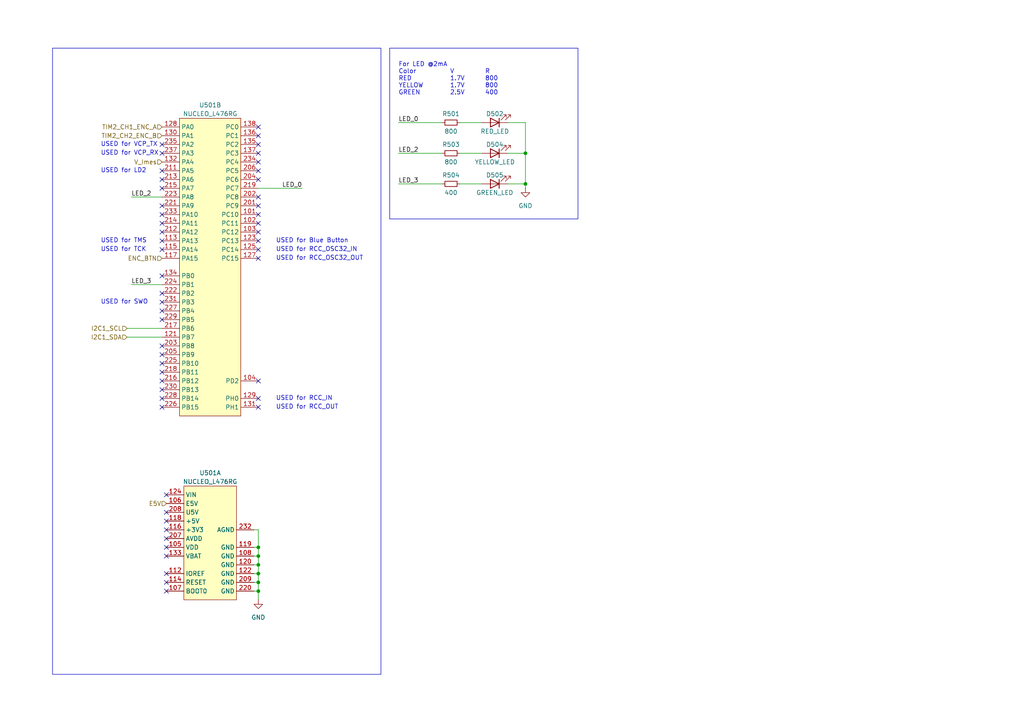
<source format=kicad_sch>
(kicad_sch (version 20231120) (generator "eeschema") (generator_version "8.0")
  (paper "A4")
  (lib_symbols
    (symbol "Device:LED" (pin_numbers hide) (pin_names (offset 1.016) hide)
      (property "Reference" "D" (at 0 2.54 0))
      (property "Value" "LED" (at 0 -2.54 0))
      (symbol "LED_0_1"
        (polyline (pts (xy -1.27 -1.27) (xy -1.27 1.27)) (stroke (width 0.254)))
        (polyline (pts (xy -1.27 0) (xy 1.27 0)))
        (polyline (pts (xy 1.27 -1.27) (xy 1.27 1.27) (xy -1.27 0) (xy 1.27 -1.27)) (stroke (width 0.254)))
        (polyline (pts (xy -3.048 -0.762) (xy -4.572 -2.286) (xy -3.81 -2.286) (xy -4.572 -2.286) (xy -4.572 -1.524)))
        (polyline (pts (xy -1.778 -0.762) (xy -3.302 -2.286) (xy -2.54 -2.286) (xy -3.302 -2.286) (xy -3.302 -1.524)))
      )
      (symbol "LED_1_1"
        (pin passive line (at -3.81 0 0) (length 2.54) (name "K") (number "1"))
        (pin passive line (at 3.81 0 180) (length 2.54) (name "A") (number "2"))
      )
    )
    (symbol "Device:R_Small" (pin_numbers hide) (pin_names (offset 0.254) hide)
      (property "Reference" "R" (at 0.762 0.508 0))
      (property "Value" "R_Small" (at 0.762 -1.016 0))
      (symbol "R_Small_0_1"
        (rectangle (start -0.762 1.778) (end 0.762 -1.778) (stroke (width 0.2032)))
      )
      (symbol "R_Small_1_1"
        (pin passive line (at 0 2.54 270) (length 0.762) (name "~") (number "1"))
        (pin passive line (at 0 -2.54 90) (length 0.762) (name "~") (number "2"))
      )
    )
    (symbol "NUCLEO_L476RG_1"
      (property "Reference" "U" (at 0 46.99 0))
      (property "Value" "NUCLEO_L476RG" (at 0 44.45 0))
      (symbol "NUCLEO_L476RG_1_1_1"
        (rectangle (start -7.62 16.51) (end 7.62 -16.51) (fill (type background)))
        (pin power_out line (at -12.7 -1.27 0) (length 5.08) (name "VDD") (number "105"))
        (pin power_out line (at -12.7 11.43 0) (length 5.08) (name "E5V") (number "106"))
        (pin bidirectional line (at -12.7 -13.97 0) (length 5.08) (name "BOOT0") (number "107"))
        (pin power_in line (at 12.7 -3.81 180) (length 5.08) (name "GND") (number "108"))
        (pin output line (at -12.7 -8.89 0) (length 5.08) (name "IOREF") (number "112"))
        (pin bidirectional line (at -12.7 -11.43 0) (length 5.08) (name "RESET") (number "114"))
        (pin power_out line (at -12.7 3.81 0) (length 5.08) (name "+3V3") (number "116"))
        (pin power_out line (at -12.7 6.35 0) (length 5.08) (name "+5V") (number "118"))
        (pin power_in line (at 12.7 -1.27 180) (length 5.08) (name "GND") (number "119"))
        (pin power_in line (at 12.7 -6.35 180) (length 5.08) (name "GND") (number "120"))
        (pin power_in line (at 12.7 -8.89 180) (length 5.08) (name "GND") (number "122"))
        (pin power_in line (at -12.7 13.97 0) (length 5.08) (name "VIN") (number "124"))
        (pin power_out line (at -12.7 -3.81 0) (length 5.08) (name "VBAT") (number "133"))
        (pin power_out line (at -12.7 1.27 0) (length 5.08) (name "AVDD") (number "207"))
        (pin power_out line (at -12.7 8.89 0) (length 5.08) (name "U5V") (number "208"))
        (pin power_in line (at 12.7 -11.43 180) (length 5.08) (name "GND") (number "209"))
        (pin power_in line (at 12.7 -13.97 180) (length 5.08) (name "GND") (number "220"))
        (pin power_in line (at 12.7 3.81 180) (length 5.08) (name "AGND") (number "232"))
      )
      (symbol "NUCLEO_L476RG_1_2_1"
        (rectangle (start -8.89 43.18) (end 8.89 -43.18) (fill (type background)))
        (pin bidirectional line (at 13.97 15.24 180) (length 5.08) (name "PC10") (number "101"))
        (pin bidirectional line (at 13.97 12.7 180) (length 5.08) (name "PC11") (number "102"))
        (pin bidirectional line (at 13.97 10.16 180) (length 5.08) (name "PC12") (number "103"))
        (pin bidirectional line (at 13.97 -33.02 180) (length 5.08) (name "PD2") (number "104"))
        (pin no_connect line (at 13.97 -2.54 180) (length 5.08) hide (name "NC") (number "109"))
        (pin no_connect line (at 13.97 -5.08 180) (length 5.08) hide (name "NC") (number "110"))
        (pin no_connect line (at 13.97 -7.62 180) (length 5.08) hide (name "NC") (number "111"))
        (pin bidirectional line (at -13.97 7.62 0) (length 5.08) (name "PA13") (number "113"))
        (pin bidirectional line (at -13.97 5.08 0) (length 5.08) (name "PA14") (number "115"))
        (pin bidirectional line (at -13.97 2.54 0) (length 5.08) (name "PA15") (number "117"))
        (pin bidirectional line (at -13.97 -20.32 0) (length 5.08) (name "PB7") (number "121"))
        (pin bidirectional line (at 13.97 7.62 180) (length 5.08) (name "PC13") (number "123"))
        (pin bidirectional line (at 13.97 5.08 180) (length 5.08) (name "PC14") (number "125"))
        (pin no_connect line (at 13.97 -10.16 180) (length 5.08) hide (name "NC") (number "126"))
        (pin bidirectional line (at 13.97 2.54 180) (length 5.08) (name "PC15") (number "127"))
        (pin bidirectional line (at -13.97 40.64 0) (length 5.08) (name "PA0") (number "128"))
        (pin bidirectional line (at 13.97 -38.1 180) (length 5.08) (name "PH0") (number "129"))
        (pin bidirectional line (at -13.97 38.1 0) (length 5.08) (name "PA1") (number "130"))
        (pin bidirectional line (at 13.97 -40.64 180) (length 5.08) (name "PH1") (number "131"))
        (pin bidirectional line (at -13.97 30.48 0) (length 5.08) (name "PA4") (number "132"))
        (pin bidirectional line (at -13.97 -2.54 0) (length 5.08) (name "PB0") (number "134"))
        (pin bidirectional line (at 13.97 35.56 180) (length 5.08) (name "PC2") (number "135"))
        (pin bidirectional line (at 13.97 38.1 180) (length 5.08) (name "PC1") (number "136"))
        (pin bidirectional line (at 13.97 33.02 180) (length 5.08) (name "PC3") (number "137"))
        (pin bidirectional line (at 13.97 40.64 180) (length 5.08) (name "PC0") (number "138"))
        (pin bidirectional line (at 13.97 17.78 180) (length 5.08) (name "PC9") (number "201"))
        (pin bidirectional line (at 13.97 20.32 180) (length 5.08) (name "PC8") (number "202"))
        (pin bidirectional line (at -13.97 -22.86 0) (length 5.08) (name "PB8") (number "203"))
        (pin bidirectional line (at 13.97 25.4 180) (length 5.08) (name "PC6") (number "204"))
        (pin bidirectional line (at -13.97 -25.4 0) (length 5.08) (name "PB9") (number "205"))
        (pin bidirectional line (at 13.97 27.94 180) (length 5.08) (name "PC5") (number "206"))
        (pin no_connect line (at 13.97 -12.7 180) (length 5.08) hide (name "NC") (number "210"))
        (pin bidirectional line (at -13.97 27.94 0) (length 5.08) (name "PA5") (number "211"))
        (pin bidirectional line (at -13.97 10.16 0) (length 5.08) (name "PA12") (number "212"))
        (pin bidirectional line (at -13.97 25.4 0) (length 5.08) (name "PA6") (number "213"))
        (pin bidirectional line (at -13.97 12.7 0) (length 5.08) (name "PA11") (number "214"))
        (pin bidirectional line (at -13.97 22.86 0) (length 5.08) (name "PA7") (number "215"))
        (pin bidirectional line (at -13.97 -33.02 0) (length 5.08) (name "PB12") (number "216"))
        (pin bidirectional line (at -13.97 -17.78 0) (length 5.08) (name "PB6") (number "217"))
        (pin bidirectional line (at -13.97 -30.48 0) (length 5.08) (name "PB11") (number "218"))
        (pin bidirectional line (at 13.97 22.86 180) (length 5.08) (name "PC7") (number "219"))
        (pin bidirectional line (at -13.97 17.78 0) (length 5.08) (name "PA9") (number "221"))
        (pin bidirectional line (at -13.97 -7.62 0) (length 5.08) (name "PB2") (number "222"))
        (pin bidirectional line (at -13.97 20.32 0) (length 5.08) (name "PA8") (number "223"))
        (pin bidirectional line (at -13.97 -5.08 0) (length 5.08) (name "PB1") (number "224"))
        (pin bidirectional line (at -13.97 -27.94 0) (length 5.08) (name "PB10") (number "225"))
        (pin bidirectional line (at -13.97 -40.64 0) (length 5.08) (name "PB15") (number "226"))
        (pin bidirectional line (at -13.97 -12.7 0) (length 5.08) (name "PB4") (number "227"))
        (pin bidirectional line (at -13.97 -38.1 0) (length 5.08) (name "PB14") (number "228"))
        (pin bidirectional line (at -13.97 -15.24 0) (length 5.08) (name "PB5") (number "229"))
        (pin bidirectional line (at -13.97 -35.56 0) (length 5.08) (name "PB13") (number "230"))
        (pin bidirectional line (at -13.97 -10.16 0) (length 5.08) (name "PB3") (number "231"))
        (pin bidirectional line (at -13.97 15.24 0) (length 5.08) (name "PA10") (number "233"))
        (pin bidirectional line (at 13.97 30.48 180) (length 5.08) (name "PC4") (number "234"))
        (pin bidirectional line (at -13.97 35.56 0) (length 5.08) (name "PA2") (number "235"))
        (pin no_connect line (at 13.97 -15.24 180) (length 5.08) hide (name "NC") (number "236"))
        (pin bidirectional line (at -13.97 33.02 0) (length 5.08) (name "PA3") (number "237"))
        (pin no_connect line (at 13.97 -17.78 180) (length 5.08) hide (name "NC") (number "238"))
      )
    )
    (symbol "WITNS_ST:NUCLEO_L476RG"
      (property "Reference" "U" (at 0 44.45 0))
      (property "Value" "NUCLEO_L476RG" (at 0 22.86 0))
      (symbol "NUCLEO_L476RG_1_1"
        (rectangle (start -7.62 16.51) (end 7.62 -16.51) (fill (type background)))
        (pin power_out line (at -12.7 -1.27 0) (length 5.08) (name "VDD") (number "105"))
        (pin power_out line (at -12.7 11.43 0) (length 5.08) (name "E5V") (number "106"))
        (pin bidirectional line (at -12.7 -13.97 0) (length 5.08) (name "BOOT0") (number "107"))
        (pin power_in line (at 12.7 -3.81 180) (length 5.08) (name "GND") (number "108"))
        (pin output line (at -12.7 -8.89 0) (length 5.08) (name "IOREF") (number "112"))
        (pin bidirectional line (at -12.7 -11.43 0) (length 5.08) (name "RESET") (number "114"))
        (pin power_out line (at -12.7 3.81 0) (length 5.08) (name "+3V3") (number "116"))
        (pin power_out line (at -12.7 6.35 0) (length 5.08) (name "+5V") (number "118"))
        (pin power_in line (at 12.7 -1.27 180) (length 5.08) (name "GND") (number "119"))
        (pin power_in line (at 12.7 -6.35 180) (length 5.08) (name "GND") (number "120"))
        (pin power_in line (at 12.7 -8.89 180) (length 5.08) (name "GND") (number "122"))
        (pin power_in line (at -12.7 13.97 0) (length 5.08) (name "VIN") (number "124"))
        (pin power_out line (at -12.7 -3.81 0) (length 5.08) (name "VBAT") (number "133"))
        (pin power_out line (at -12.7 1.27 0) (length 5.08) (name "AVDD") (number "207"))
        (pin power_out line (at -12.7 8.89 0) (length 5.08) (name "U5V") (number "208"))
        (pin power_in line (at 12.7 -11.43 180) (length 5.08) (name "GND") (number "209"))
        (pin power_in line (at 12.7 -13.97 180) (length 5.08) (name "GND") (number "220"))
        (pin power_in line (at 12.7 3.81 180) (length 5.08) (name "AGND") (number "232"))
      )
      (symbol "NUCLEO_L476RG_2_1"
        (rectangle (start -8.89 43.18) (end 8.89 -43.18) (fill (type background)))
        (pin bidirectional line (at 13.97 15.24 180) (length 5.08) (name "PC10") (number "101"))
        (pin bidirectional line (at 13.97 12.7 180) (length 5.08) (name "PC11") (number "102"))
        (pin bidirectional line (at 13.97 10.16 180) (length 5.08) (name "PC12") (number "103"))
        (pin bidirectional line (at 13.97 -33.02 180) (length 5.08) (name "PD2") (number "104"))
        (pin no_connect line (at 13.97 -2.54 180) (length 5.08) hide (name "NC") (number "109"))
        (pin no_connect line (at 13.97 -5.08 180) (length 5.08) hide (name "NC") (number "110"))
        (pin no_connect line (at 13.97 -7.62 180) (length 5.08) hide (name "NC") (number "111"))
        (pin bidirectional line (at -13.8929 7.6344 0) (length 5.08) (name "PA13") (number "113"))
        (pin bidirectional line (at -13.8929 5.0944 0) (length 5.08) (name "PA14") (number "115"))
        (pin bidirectional line (at -13.8929 2.5544 0) (length 5.08) (name "PA15") (number "117"))
        (pin bidirectional line (at -13.97 -20.32 0) (length 5.08) (name "PB7") (number "121"))
        (pin bidirectional line (at 13.97 7.62 180) (length 5.08) (name "PC13") (number "123"))
        (pin bidirectional line (at 13.97 5.08 180) (length 5.08) (name "PC14") (number "125"))
        (pin no_connect line (at 13.97 -10.16 180) (length 5.08) hide (name "NC") (number "126"))
        (pin bidirectional line (at 13.97 2.54 180) (length 5.08) (name "PC15") (number "127"))
        (pin bidirectional line (at -13.8929 40.6544 0) (length 5.08) (name "PA0") (number "128"))
        (pin bidirectional line (at 13.97 -38.1 180) (length 5.08) (name "PH0") (number "129"))
        (pin bidirectional line (at -13.8929 38.1144 0) (length 5.08) (name "PA1") (number "130"))
        (pin bidirectional line (at 13.97 -40.64 180) (length 5.08) (name "PH1") (number "131"))
        (pin bidirectional line (at -13.8929 30.4944 0) (length 5.08) (name "PA4") (number "132"))
        (pin bidirectional line (at -13.97 -2.54 0) (length 5.08) (name "PB0") (number "134"))
        (pin bidirectional line (at 13.97 35.56 180) (length 5.08) (name "PC2") (number "135"))
        (pin bidirectional line (at 13.97 38.1 180) (length 5.08) (name "PC1") (number "136"))
        (pin bidirectional line (at 13.97 33.02 180) (length 5.08) (name "PC3") (number "137"))
        (pin bidirectional line (at 13.97 40.64 180) (length 5.08) (name "PC0") (number "138"))
        (pin bidirectional line (at 13.97 17.78 180) (length 5.08) (name "PC9") (number "201"))
        (pin bidirectional line (at 13.97 20.32 180) (length 5.08) (name "PC8") (number "202"))
        (pin bidirectional line (at -13.97 -22.86 0) (length 5.08) (name "PB8") (number "203"))
        (pin bidirectional line (at 13.97 25.4 180) (length 5.08) (name "PC6") (number "204"))
        (pin bidirectional line (at -13.97 -25.4 0) (length 5.08) (name "PB9") (number "205"))
        (pin bidirectional line (at 13.97 27.94 180) (length 5.08) (name "PC5") (number "206"))
        (pin no_connect line (at 13.97 -12.7 180) (length 5.08) hide (name "NC") (number "210"))
        (pin bidirectional line (at -13.8929 27.9544 0) (length 5.08) (name "PA5") (number "211"))
        (pin bidirectional line (at -13.8929 10.1744 0) (length 5.08) (name "PA12") (number "212"))
        (pin bidirectional line (at -13.8929 25.4144 0) (length 5.08) (name "PA6") (number "213"))
        (pin bidirectional line (at -13.8929 12.7144 0) (length 5.08) (name "PA11") (number "214"))
        (pin bidirectional line (at -13.8929 22.8744 0) (length 5.08) (name "PA7") (number "215"))
        (pin bidirectional line (at -13.97 -33.02 0) (length 5.08) (name "PB12") (number "216"))
        (pin bidirectional line (at -13.97 -17.78 0) (length 5.08) (name "PB6") (number "217"))
        (pin bidirectional line (at -13.97 -30.48 0) (length 5.08) (name "PB11") (number "218"))
        (pin bidirectional line (at 13.97 22.86 180) (length 5.08) (name "PC7") (number "219"))
        (pin bidirectional line (at -13.8929 17.7944 0) (length 5.08) (name "PA9") (number "221"))
        (pin bidirectional line (at -13.97 -7.62 0) (length 5.08) (name "PB2") (number "222"))
        (pin bidirectional line (at -13.8929 20.3344 0) (length 5.08) (name "PA8") (number "223"))
        (pin bidirectional line (at -13.97 -5.08 0) (length 5.08) (name "PB1") (number "224"))
        (pin bidirectional line (at -13.97 -27.94 0) (length 5.08) (name "PB10") (number "225"))
        (pin bidirectional line (at -13.97 -40.64 0) (length 5.08) (name "PB15") (number "226"))
        (pin bidirectional line (at -13.97 -12.7 0) (length 5.08) (name "PB4") (number "227"))
        (pin bidirectional line (at -13.97 -38.1 0) (length 5.08) (name "PB14") (number "228"))
        (pin bidirectional line (at -13.97 -15.24 0) (length 5.08) (name "PB5") (number "229"))
        (pin bidirectional line (at -13.97 -35.56 0) (length 5.08) (name "PB13") (number "230"))
        (pin bidirectional line (at -13.97 -10.16 0) (length 5.08) (name "PB3") (number "231"))
        (pin bidirectional line (at -13.8929 15.2544 0) (length 5.08) (name "PA10") (number "233"))
        (pin bidirectional line (at 13.97 30.48 180) (length 5.08) (name "PC4") (number "234"))
        (pin bidirectional line (at -13.97 35.56 0) (length 5.08) (name "PA2") (number "235"))
        (pin no_connect line (at 13.97 -15.24 180) (length 5.08) hide (name "NC") (number "236"))
        (pin bidirectional line (at -13.8929 33.0344 0) (length 5.08) (name "PA3") (number "237"))
        (pin no_connect line (at 13.97 -17.78 180) (length 5.08) hide (name "NC") (number "238"))
      )
    )
    (symbol "power:GND" (power) (pin_numbers hide) (pin_names (offset 0) hide)
      (property "Value" "GND" (at 0 -3.81 0))
      (symbol "GND_0_1"
        (polyline (pts (xy 0 0) (xy 0 -1.27) (xy 1.27 -1.27) (xy 0 -2.54) (xy -1.27 -1.27) (xy 0 -1.27)))
      )
      (symbol "GND_1_1"
        (pin power_in line (at 0 0 270) (length 0) (name "~") (number "1"))
      )
    )
  )
  (junction (at 152.4 53.34))
  (junction (at 74.93 161.29))
  (junction (at 152.4 44.45))
  (junction (at 74.93 166.37))
  (junction (at 74.93 168.91))
  (junction (at 74.93 163.83))
  (junction (at 74.93 158.75))
  (junction (at 74.93 171.45))
  (no_connect (at 74.93 67.31))
  (no_connect (at 46.99 72.39))
  (no_connect (at 74.93 115.57))
  (no_connect (at 74.93 36.83))
  (no_connect (at 46.99 115.57))
  (no_connect (at 46.99 64.77))
  (no_connect (at 74.93 41.91))
  (no_connect (at 74.93 44.45))
  (no_connect (at 48.26 143.51))
  (no_connect (at 74.93 59.69))
  (no_connect (at 74.93 46.99))
  (no_connect (at 48.26 148.59))
  (no_connect (at 74.93 64.77))
  (no_connect (at 46.99 85.09))
  (no_connect (at 46.99 92.71))
  (no_connect (at 46.99 69.85))
  (no_connect (at 48.26 161.29))
  (no_connect (at 46.99 80.01))
  (no_connect (at 74.93 49.53))
  (no_connect (at 46.99 110.49))
  (no_connect (at 46.99 54.61))
  (no_connect (at 46.99 62.23))
  (no_connect (at 46.99 41.91))
  (no_connect (at 46.99 44.45))
  (no_connect (at 74.93 118.11))
  (no_connect (at 46.99 105.41))
  (no_connect (at 46.99 90.17))
  (no_connect (at 46.99 67.31))
  (no_connect (at 74.93 62.23))
  (no_connect (at 74.93 72.39))
  (no_connect (at 48.26 153.67))
  (no_connect (at 48.26 166.37))
  (no_connect (at 74.93 57.15))
  (no_connect (at 74.93 74.93))
  (no_connect (at 46.99 102.87))
  (no_connect (at 48.26 171.45))
  (no_connect (at 74.93 69.85))
  (no_connect (at 46.99 59.69))
  (no_connect (at 48.26 158.75))
  (no_connect (at 46.99 52.07))
  (no_connect (at 48.26 151.13))
  (no_connect (at 46.99 118.11))
  (no_connect (at 74.93 39.37))
  (no_connect (at 74.93 110.49))
  (no_connect (at 48.26 168.91))
  (no_connect (at 46.99 107.95))
  (no_connect (at 74.93 52.07))
  (no_connect (at 46.99 49.53))
  (no_connect (at 46.99 87.63))
  (no_connect (at 46.99 100.33))
  (no_connect (at 46.99 113.03))
  (no_connect (at 48.26 156.21))
  (wire (pts (xy 73.66 153.67) (xy 74.93 153.67)))
  (wire (pts (xy 74.93 161.29) (xy 74.93 158.75)))
  (wire (pts (xy 133.35 53.34) (xy 139.7 53.34)))
  (wire (pts (xy 74.93 166.37) (xy 74.93 168.91)))
  (wire (pts (xy 152.4 35.56) (xy 152.4 44.45)))
  (wire (pts (xy 74.93 161.29) (xy 74.93 163.83)))
  (wire (pts (xy 133.35 35.56) (xy 139.7 35.56)))
  (wire (pts (xy 73.66 171.45) (xy 74.93 171.45)))
  (wire (pts (xy 115.57 35.56) (xy 128.27 35.56)))
  (wire (pts (xy 74.93 168.91) (xy 74.93 171.45)))
  (wire (pts (xy 115.57 53.34) (xy 128.27 53.34)))
  (wire (pts (xy 73.66 166.37) (xy 74.93 166.37)))
  (wire (pts (xy 74.93 158.75) (xy 74.93 153.67)))
  (wire (pts (xy 38.1 82.55) (xy 46.99 82.55)))
  (wire (pts (xy 36.83 95.25) (xy 46.99 95.25)))
  (wire (pts (xy 74.93 171.45) (xy 74.93 173.99)))
  (wire (pts (xy 73.66 158.75) (xy 74.93 158.75)))
  (wire (pts (xy 115.57 44.45) (xy 128.27 44.45)))
  (wire (pts (xy 87.63 54.61) (xy 74.93 54.61)))
  (wire (pts (xy 73.66 161.29) (xy 74.93 161.29)))
  (wire (pts (xy 147.32 35.56) (xy 152.4 35.56)))
  (wire (pts (xy 147.32 53.34) (xy 152.4 53.34)))
  (wire (pts (xy 152.4 53.34) (xy 152.4 54.61)))
  (wire (pts (xy 74.93 163.83) (xy 74.93 166.37)))
  (wire (pts (xy 36.83 97.79) (xy 46.99 97.79)))
  (wire (pts (xy 73.66 168.91) (xy 74.93 168.91)))
  (wire (pts (xy 133.35 44.45) (xy 139.7 44.45)))
  (wire (pts (xy 152.4 44.45) (xy 152.4 53.34)))
  (wire (pts (xy 147.32 44.45) (xy 152.4 44.45)))
  (wire (pts (xy 38.1 57.15) (xy 46.99 57.15)))
  (wire (pts (xy 73.66 163.83) (xy 74.93 163.83)))
  (rectangle (start 15.24 13.97) (end 110.49 195.58))
  (rectangle (start 113.03 13.97) (end 167.64 63.5))
  (text "USED for SWO" (at 29.21 87.63 0) (effects (font (size 1.27 1.27)) (justify left)))
  (text "USED for RCC_OUT" (at 80.01 118.11 0) (effects (font (size 1.27 1.27)) (justify left)))
  (text "USED for VCP_RX" (at 29.21 44.45 0) (effects (font (size 1.27 1.27)) (justify left)))
  (text "USED for RCC_OSC32_IN" (at 80.01 72.39 0) (effects (font (size 1.27 1.27)) (justify left)))
  (text "USED for Blue Button" (at 80.01 69.85 0) (effects (font (size 1.27 1.27)) (justify left)))
  (text "USED for RCC_IN" (at 80.01 115.57 0) (effects (font (size 1.27 1.27)) (justify left)))
  (text "USED for RCC_OSC32_OUT" (at 80.01 74.93 0) (effects (font (size 1.27 1.27)) (justify left)))
  (text "For LED @2mA\nColor 		V		R\nRED 		1.7V	800\nYELLOW		1.7V	800\nGREEN		2.5V	400" (at 115.57 22.86 0) (effects (font (size 1.27 1.27)) (justify left)))
  (text "USED for TMS" (at 29.21 69.85 0) (effects (font (size 1.27 1.27)) (justify left)))
  (text "USED for TCK" (at 29.21 72.39 0) (effects (font (size 1.27 1.27)) (justify left)))
  (text "USED for VCP_TX" (at 29.21 41.91 0) (effects (font (size 1.27 1.27)) (justify left)))
  (text "USED for LD2" (at 29.21 49.53 0) (effects (font (size 1.27 1.27)) (justify left)))
  (label "LED_0" (at 87.63 54.61 180))
  (label "LED_3" (at 38.1 82.55 0))
  (label "LED_2" (at 115.57 44.45 0))
  (label "LED_3" (at 115.57 53.34 0))
  (label "LED_2" (at 38.1 57.15 0))
  (label "LED_0" (at 115.57 35.56 0))
  (hierarchical_label "I2C1_SCL" (shape input) (at 36.83 95.25 180))
  (hierarchical_label "ENC_BTN" (shape input) (at 46.99 74.93 180))
  (hierarchical_label "TIM2_CH1_ENC_A" (shape input) (at 46.99 36.83 180))
  (hierarchical_label "TIM2_CH2_ENC_B" (shape input) (at 46.99 39.37 180))
  (hierarchical_label "I2C1_SDA" (shape input) (at 36.83 97.79 180))
  (hierarchical_label "V_Imes" (shape input) (at 46.99 46.99 180))
  (hierarchical_label "E5V" (shape input) (at 48.26 146.05 180))
  (symbol (lib_id "Device:R_Small") (at 130.81 53.34 90) (unit 1)
    (property "Reference" "R504" (at 130.81 50.8 90))
    (property "Value" "400" (at 130.81 55.88 90))
    (property "Footprint" "Resistor_SMD:R_0402_1005Metric" (effects (hide yes)))
    (property "Description" "Resistor, small symbol" (effects (hide yes)))
  )
  (symbol (lib_id "Device:LED") (at 143.51 44.45 180) (unit 1)
    (property "Reference" "D504" (at 143.51 41.91 0))
    (property "Value" "YELLOW_LED" (at 143.51 46.99 0))
    (property "Footprint" "LED_SMD:LED_0603_1608Metric" (effects (hide yes)))
    (property "Datasheet" "https://www.we-online.com/components/products/datasheet/150060YS55040.pdf" (effects (hide yes)))
    (property "Description" "Light emitting diode" (effects (hide yes)))
    (property "MPN" "WE 150060YS55040" (effects (hide yes)))
  )
  (symbol (lib_id "Device:R_Small") (at 130.81 35.56 90) (unit 1)
    (property "Reference" "R501" (at 130.81 33.02 90))
    (property "Value" "800" (at 130.81 38.1 90))
    (property "Footprint" "Resistor_SMD:R_0402_1005Metric" (effects (hide yes)))
    (property "Description" "Resistor, small symbol" (effects (hide yes)))
  )
  (symbol (lib_id "Device:R_Small") (at 130.81 44.45 90) (unit 1)
    (property "Reference" "R503" (at 130.81 41.91 90))
    (property "Value" "800" (at 130.81 46.99 90))
    (property "Footprint" "Resistor_SMD:R_0402_1005Metric" (effects (hide yes)))
    (property "Description" "Resistor, small symbol" (effects (hide yes)))
  )
  (symbol (lib_name "NUCLEO_L476RG_1") (lib_id "WITNS_ST:NUCLEO_L476RG") (at 60.96 77.47 0) (unit 2)
    (property "Reference" "U501" (at 60.96 30.48 0))
    (property "Value" "NUCLEO_L476RG" (at 60.96 33.02 0))
    (property "Footprint" "Library:NUCLEO_L476RG" (effects (hide yes)))
    (property "MPN" "TSW-119-19-T-D " (effects (hide yes)))
  )
  (symbol (lib_id "Device:LED") (at 143.51 53.34 180) (unit 1)
    (property "Reference" "D505" (at 143.51 50.8 0))
    (property "Value" "GREEN_LED" (at 143.51 55.88 0))
    (property "Footprint" "LED_SMD:LED_0603_1608Metric" (effects (hide yes)))
    (property "Datasheet" "https://www.we-online.com/components/products/datasheet/150060GS55040.pdf" (effects (hide yes)))
    (property "Description" "Light emitting diode" (effects (hide yes)))
    (property "MPN" "WE 150060GS55040" (effects (hide yes)))
  )
  (symbol (lib_id "power:GND") (at 152.4 54.61 0) (unit 1)
    (property "Reference" "#PWR0506" (effects (hide yes)))
    (property "Value" "GND" (at 152.4 59.69 0))
    (property "Description" "Power symbol creates a global label with name \"GND\" , ground" (effects (hide yes)))
  )
  (symbol (lib_id "Device:LED") (at 143.51 35.56 180) (unit 1)
    (property "Reference" "D502" (at 143.51 33.02 0))
    (property "Value" "RED_LED" (at 143.51 38.1 0))
    (property "Footprint" "LED_SMD:LED_0603_1608Metric" (effects (hide yes)))
    (property "Datasheet" "https://www.we-online.com/components/products/datasheet/150060RS55040.pdf" (effects (hide yes)))
    (property "Description" "Light emitting diode" (effects (hide yes)))
    (property "MPN" "WE 150060RS55040" (effects (hide yes)))
  )
  (symbol (lib_id "power:GND") (at 74.93 173.99 0) (unit 1)
    (property "Reference" "#PWR0501" (effects (hide yes)))
    (property "Value" "GND" (at 74.93 179.07 0))
    (property "Description" "Power symbol creates a global label with name \"GND\" , ground" (effects (hide yes)))
  )
  (symbol (lib_id "WITNS_ST:NUCLEO_L476RG") (at 60.96 157.48 0) (unit 1)
    (property "Reference" "U501" (at 60.96 137.16 0))
    (property "Value" "NUCLEO_L476RG" (at 60.96 139.7 0))
    (property "Footprint" "Library:NUCLEO_L476RG" (effects (hide yes)))
    (property "MPN" "TSW-119-19-T-D " (effects (hide yes)))
  )
)
</source>
